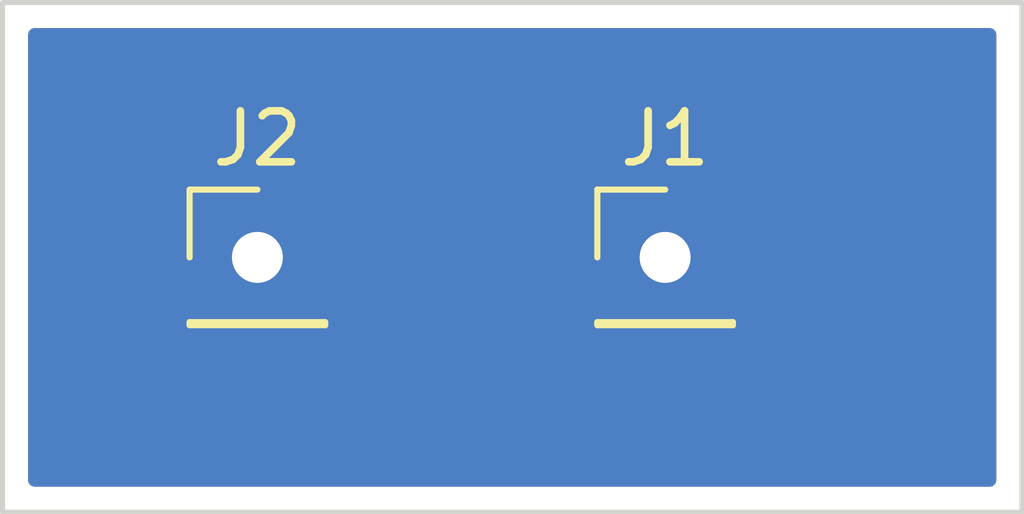
<source format=kicad_pcb>
(kicad_pcb (version 20230620) (generator pcbnew)
  (layers (0 "F.Cu" signal) (31 "B.Cu" signal) (34 "B.Paste" user) (35 "F.Paste" user) (36 "B.SilkS" user "B.Silkscreen") (37 "F.SilkS" user "F.Silkscreen") (38 "B.Mask" user) (39 "F.Mask" user) (44 "Edge.Cuts" user))
  (net 0 "")
  (net 1 "A")
  (net 2 "B")
  (footprint "Connector_PinHeader_2.54mm:PinHeader_1x01_P2.54mm_Vertical" (layer "F.Cu") (at 125 75)
    (property "Reference" "J2" (at 0 -2.33 0) (layer "F.SilkS"))
    (property "Value" "Conn_01x01")
    (fp_line (start -1.33 -1.33) (end 0 -1.33) (stroke (width 0.12)) (layer "F.SilkS"))
    (fp_line (start -1.33 0) (end -1.33 -1.33) (stroke (width 0.12)) (layer "F.SilkS"))
    (fp_line (start -1.33 1.27) (end -1.33 1.33) (stroke (width 0.12)) (layer "F.SilkS"))
    (fp_line (start -1.33 1.27) (end 1.33 1.27) (stroke (width 0.12)) (layer "F.SilkS"))
    (fp_line (start -1.33 1.33) (end 1.33 1.33) (stroke (width 0.12)) (layer "F.SilkS"))
    (fp_line (start 1.33 1.27) (end 1.33 1.33) (stroke (width 0.12)) (layer "F.SilkS"))
    (pad "1" thru_hole rect (at 0 0) (size 1.7 1.7) (drill 1) (layers "*.Cu" "*.Mask") (net 2 "B"))
  )
  (footprint "Connector_PinHeader_2.54mm:PinHeader_1x01_P2.54mm_Vertical" (layer "F.Cu") (at 133 75)
    (property "Reference" "J1" (at 0 -2.33 0) (layer "F.SilkS"))
    (property "Value" "Conn_01x01")
    (fp_line (start -1.33 -1.33) (end 0 -1.33) (stroke (width 0.12)) (layer "F.SilkS"))
    (fp_line (start -1.33 0) (end -1.33 -1.33) (stroke (width 0.12)) (layer "F.SilkS"))
    (fp_line (start -1.33 1.27) (end -1.33 1.33) (stroke (width 0.12)) (layer "F.SilkS"))
    (fp_line (start -1.33 1.27) (end 1.33 1.27) (stroke (width 0.12)) (layer "F.SilkS"))
    (fp_line (start -1.33 1.33) (end 1.33 1.33) (stroke (width 0.12)) (layer "F.SilkS"))
    (fp_line (start 1.33 1.27) (end 1.33 1.33) (stroke (width 0.12)) (layer "F.SilkS"))
    (pad "1" thru_hole rect (at 0 0) (size 1.7 1.7) (drill 1) (layers "*.Cu" "*.Mask") (net 1 "A"))
  )
  (gr_rect (start 120 70) (end 140 80) (stroke (width 0.1)) (fill none) (layer "Edge.Cuts"))
  (zone (net 2) (net_name "B") (layers "F&B.Cu") (connect_pads (clearance 0.508)) (min_thickness 0.254) (fill yes (thermal_gap 0.508) (thermal_bridge_width 0.508))
    (polygon (pts (xy 140 80) (xy 120 80) (xy 120 70) (xy 140 70)))
  )
  (zone (net 1) (net_name "A") (layer "B.Cu") (connect_pads (clearance 0.508)) (min_thickness 0.254) (fill yes (thermal_gap 0.508) (thermal_bridge_width 0.508) (island_removal_mode 1) (island_area_min 10))
    (polygon (pts (xy 137.57933 78.081171) (xy 121.57933 78.081171) (xy 121.57933 72.081171) (xy 137.57933 72.081171)))
  )
)
</source>
